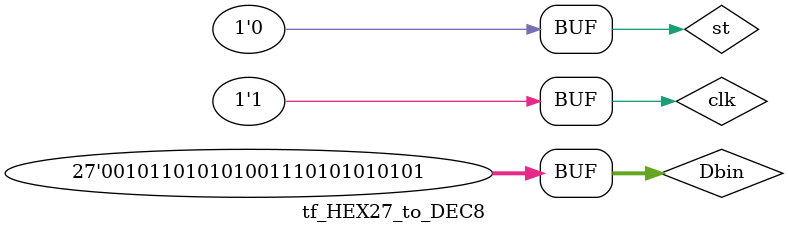
<source format=v>
`timescale 1ns / 1ps


module tf_HEX27_to_DEC8;

	// Inputs
	reg [26:0] Dbin;
	reg clk;
	reg st;

	// Outputs
	wire [31:0] Ddec;
	wire [3:0] ptr_dig;

	// Instantiate the Unit Under Test (UUT)
	HEX27_to_DEC8 uut (
		.Dbin(Dbin), 
		.Ddec(Ddec), 
		.clk(clk), 
		.ptr_dig(ptr_dig), 
		.st(st)
	);

parameter Tclk = 20; //Tclk=1/Fclk=1/50 mHz = 20 ns
always begin clk=0 ; #(Tclk/2) clk=1; #(Tclk/2) ; end

	initial begin
		// Initialize Inputs
		Dbin = 27'b001011010101001110101010101;
		st = 0;

		// Wait 100 ns for global reset to finish
		#100;
       st = 1;
		 #20; st = 0;
		// Add stimulus here

	end
      
endmodule


</source>
